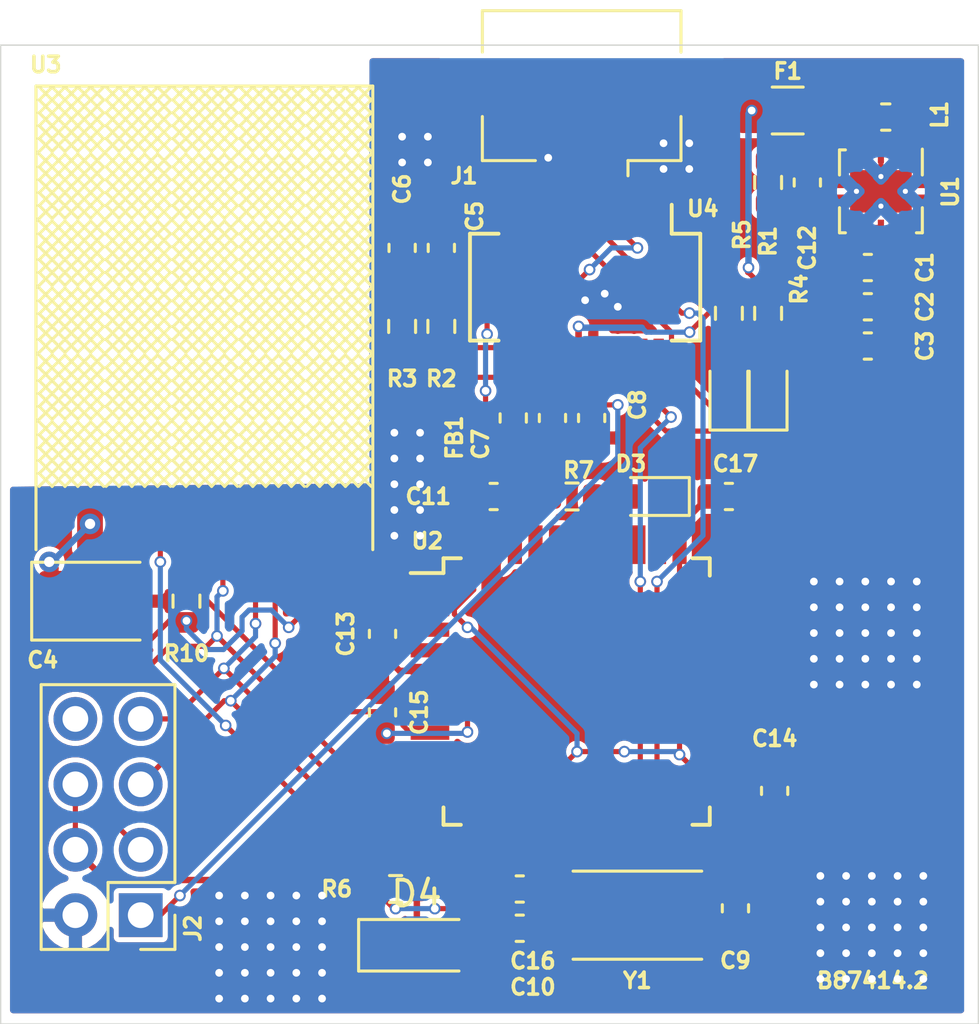
<source format=kicad_pcb>
(kicad_pcb (version 20171130) (host pcbnew "(5.1.9)-1")
  (layers (0 F.Cu signal) (31 B.Cu signal) (34 B.Paste user) (35 F.Paste user) (36 B.SilkS user) (37 F.SilkS user) (38 B.Mask user) (39 F.Mask user) (44 Edge.Cuts user))
  (net 0 "")
  (net 1 GND)
  (net 2 "Net-(C1-Pad2)")
  (net 3 "Net-(L1-Pad1)")
  (net 4 "Net-(L1-Pad2)")
  (net 5 "Net-(U2-Pad42)")
  (net 6 "Net-(U2-Pad40)")
  (net 7 "Net-(U2-Pad39)")
  (net 8 "Net-(U2-Pad38)")
  (net 9 "Net-(U2-Pad37)")
  (net 10 "Net-(U2-Pad36)")
  (net 11 "Net-(U2-Pad33)")
  (net 12 "Net-(U2-Pad32)")
  (net 13 "Net-(U2-Pad31)")
  (net 14 "Net-(U2-Pad30)")
  (net 15 "Net-(U2-Pad29)")
  (net 16 "Net-(U2-Pad28)")
  (net 17 "Net-(U2-Pad27)")
  (net 18 "Net-(U2-Pad26)")
  (net 19 "Net-(U2-Pad25)")
  (net 20 "Net-(U2-Pad22)")
  (net 21 "Net-(U2-Pad19)")
  (net 22 "Net-(U2-Pad18)")
  (net 23 MISO)
  (net 24 MOSI)
  (net 25 SCK)
  (net 26 "Net-(U2-Pad7)")
  (net 27 "Net-(U2-Pad4)")
  (net 28 "Net-(U2-Pad3)")
  (net 29 "Net-(U2-Pad1)")
  (net 30 "Net-(U3-Pad8)")
  (net 31 CSN)
  (net 32 CE)
  (net 33 "Net-(C7-Pad1)")
  (net 34 VCC_FTDI)
  (net 35 "Net-(C9-Pad1)")
  (net 36 "Net-(C10-Pad1)")
  (net 37 "Net-(D1-Pad2)")
  (net 38 "Net-(D1-Pad1)")
  (net 39 "Net-(D2-Pad2)")
  (net 40 "Net-(D2-Pad1)")
  (net 41 "Net-(D3-Pad2)")
  (net 42 "Net-(R2-Pad2)")
  (net 43 "Net-(R3-Pad2)")
  (net 44 "Net-(R7-Pad1)")
  (net 45 RX)
  (net 46 TX)
  (net 47 "Net-(U4-Pad19)")
  (net 48 "Net-(U4-Pad18)")
  (net 49 "Net-(U4-Pad9)")
  (net 50 "Net-(U4-Pad8)")
  (net 51 "Net-(U4-Pad7)")
  (net 52 "Net-(U4-Pad5)")
  (net 53 "Net-(U4-Pad2)")
  (net 54 "Net-(U4-Pad1)")
  (net 55 "Net-(FB1-Pad2)")
  (net 56 D+)
  (net 57 D-)
  (net 58 "Net-(J2-Pad8)")
  (net 59 PROG_RESET)
  (net 60 VCC)
  (net 61 PROG_RESET_FLIP)
  (net 62 "Net-(C12-Pad2)")
  (net 63 "Net-(C15-Pad2)")
  (module Diode_SMD:D_SOD-123 (layer F.Cu) (at 134.1628 91.8464)
    (fp_text reference D4 (at 0 -2) (layer F.SilkS))
    (fp_text value MBR0530)
    (pad 2 smd rect (at 1.65 0) (size 0.9 1.2) (layers F.Cu F.Paste F.Mask) (net 61 PROG_RESET_FLIP))
    (pad 1 smd rect (at -1.65 0) (size 0.9 1.2) (layers F.Cu F.Paste F.Mask) (net 59 PROG_RESET))
  )
  (module Capacitor_SMD:C_0603_1608Metric (layer F.Cu) (at 146.558 90.411 270)
    (fp_text reference C9 (at 2.032 0 180) (layer F.SilkS) (effects (font (size 0.6 0.6) (thickness 0.14))))
    (fp_text value 18p)
    (pad 2 smd roundrect (at 0.775 0 270) (size 0.9 0.95) (layers F.Cu F.Paste F.Mask) (net 1 GND))
    (pad 1 smd roundrect (at -0.775 0 270) (size 0.9 0.95) (layers F.Cu F.Paste F.Mask) (net 35 "Net-(C9-Pad1)"))
  )
  (module Resistor_SMD:R_0603_1608Metric (layer F.Cu) (at 125.222 78.486 270)
    (fp_text reference R10 (at 2.032 0 180) (layer F.SilkS) (effects (font (size 0.6 0.6) (thickness 0.14))))
    (fp_text value 10k)
    (pad 2 smd roundrect (at 0.825 0 270) (size 0.8 0.95) (layers F.Cu F.Paste F.Mask) (net 60 VCC))
    (pad 1 smd roundrect (at -0.825 0 270) (size 0.8 0.95) (layers F.Cu F.Paste F.Mask) (net 31 CSN))
  )
  (module Capacitor_SMD:C_0603_1608Metric (layer F.Cu) (at 146.304 74.422 180)
    (fp_text reference C17 (at -0.254 1.27 180) (layer F.SilkS) (effects (font (size 0.6 0.6) (thickness 0.14))))
    (fp_text value 1u)
    (pad 2 smd roundrect (at 0.775 0 180) (size 0.9 0.95) (layers F.Cu F.Paste F.Mask) (net 60 VCC))
    (pad 1 smd roundrect (at -0.775 0 180) (size 0.9 0.95) (layers F.Cu F.Paste F.Mask) (net 1 GND))
  )
  (module Capacitor_SMD:C_0603_1608Metric (layer F.Cu) (at 138.176 89.662 180)
    (fp_text reference C16 (at -0.508 -2.794 180) (layer F.SilkS) (effects (font (size 0.6 0.6) (thickness 0.14))))
    (fp_text value 1u)
    (pad 2 smd roundrect (at 0.775 0 180) (size 0.9 0.95) (layers F.Cu F.Paste F.Mask) (net 60 VCC))
    (pad 1 smd roundrect (at -0.775 0 180) (size 0.9 0.95) (layers F.Cu F.Paste F.Mask) (net 1 GND))
  )
  (module Capacitor_SMD:C_0603_1608Metric (layer F.Cu) (at 132.842 82.804 270)
    (fp_text reference C15 (at 0 -1.43 90) (layer F.SilkS) (effects (font (size 0.6 0.6) (thickness 0.14))))
    (fp_text value 1u)
    (pad 2 smd roundrect (at 0.775 0 270) (size 0.9 0.95) (layers F.Cu F.Paste F.Mask) (net 63 "Net-(C15-Pad2)"))
    (pad 1 smd roundrect (at -0.775 0 270) (size 0.9 0.95) (layers F.Cu F.Paste F.Mask) (net 1 GND))
  )
  (module Capacitor_SMD:C_0603_1608Metric (layer F.Cu) (at 148.082 85.852 90)
    (fp_text reference C14 (at 2.032 0 180) (layer F.SilkS) (effects (font (size 0.6 0.6) (thickness 0.14))))
    (fp_text value 1u)
    (pad 2 smd roundrect (at 0.775 0 90) (size 0.9 0.95) (layers F.Cu F.Paste F.Mask) (net 60 VCC))
    (pad 1 smd roundrect (at -0.775 0 90) (size 0.9 0.95) (layers F.Cu F.Paste F.Mask) (net 1 GND))
  )
  (module Capacitor_SMD:C_0603_1608Metric (layer F.Cu) (at 132.842 79.756 90)
    (fp_text reference C13 (at 0 -1.43 90) (layer F.SilkS) (effects (font (size 0.6 0.6) (thickness 0.14))))
    (fp_text value 1u)
    (pad 2 smd roundrect (at 0.775 0 90) (size 0.9 0.95) (layers F.Cu F.Paste F.Mask) (net 60 VCC))
    (pad 1 smd roundrect (at -0.775 0 90) (size 0.9 0.95) (layers F.Cu F.Paste F.Mask) (net 1 GND))
  )
  (module Capacitor_SMD:C_0603_1608Metric (layer F.Cu) (at 149.352 62.23 90)
    (fp_text reference C12 (at -2.54 0 90) (layer F.SilkS) (effects (font (size 0.6 0.6) (thickness 0.14))))
    (fp_text value 1u)
    (pad 2 smd roundrect (at 0.775 0 90) (size 0.9 0.95) (layers F.Cu F.Paste F.Mask) (net 62 "Net-(C12-Pad2)"))
    (pad 1 smd roundrect (at -0.775 0 90) (size 0.9 0.95) (layers F.Cu F.Paste F.Mask) (net 1 GND))
  )
  (module Capacitor_SMD:C_0603_1608Metric (layer F.Cu) (at 137.16 74.422 180)
    (fp_text reference C11 (at 2.54 0) (layer F.SilkS) (effects (font (size 0.6 0.6) (thickness 0.14))))
    (fp_text value 1u)
    (pad 2 smd roundrect (at 0.775 0 180) (size 0.9 0.95) (layers F.Cu F.Paste F.Mask) (net 60 VCC))
    (pad 1 smd roundrect (at -0.775 0 180) (size 0.9 0.95) (layers F.Cu F.Paste F.Mask) (net 1 GND))
  )
  (module Capacitor_Tantalum_SMD:CP_EIA-3528-15_AVX-H (layer F.Cu) (at 121.666 78.486)
    (fp_text reference C4 (at -2.032 2.286 180) (layer F.SilkS) (effects (font (size 0.6 0.6) (thickness 0.14))))
    (fp_text value 10u)
    (pad 2 smd roundrect (at 1.5375 0) (size 1.325 2.35) (layers F.Cu F.Paste F.Mask) (roundrect_rratio 0.1886769811320755) (net 1 GND))
    (pad 1 smd roundrect (at -1.5375 0) (size 1.325 2.35) (layers F.Cu F.Paste F.Mask) (roundrect_rratio 0.1886769811320755) (net 60 VCC))
  )
  (module Connector_PinHeader_2.54mm:PinHeader_2x04_P2.54mm_Vertical (layer F.Cu) (at 123.444 90.678 180)
    (fp_text reference J2 (at -2.032 -0.508 270) (layer F.SilkS) (effects (font (size 0.6 0.6) (thickness 0.14))))
    (fp_text value SPI)
    (pad 8 thru_hole oval (at 2.54 7.62 180) (size 1.7 1.7) (drill 1) (layers *.Cu *.Mask) (net 58 "Net-(J2-Pad8)"))
    (pad 7 thru_hole oval (at 0 7.62 180) (size 1.7 1.7) (drill 1) (layers *.Cu *.Mask) (net 24 MOSI))
    (pad 6 thru_hole oval (at 2.54 5.08 180) (size 1.7 1.7) (drill 1) (layers *.Cu *.Mask) (net 59 PROG_RESET))
    (pad 5 thru_hole oval (at 0 5.08 180) (size 1.7 1.7) (drill 1) (layers *.Cu *.Mask) (net 23 MISO))
    (pad 4 thru_hole oval (at 2.54 2.54 180) (size 1.7 1.7) (drill 1) (layers *.Cu *.Mask) (net 59 PROG_RESET))
    (pad 3 thru_hole oval (at 0 2.54 180) (size 1.7 1.7) (drill 1) (layers *.Cu *.Mask) (net 25 SCK))
    (pad 2 thru_hole oval (at 2.54 0 180) (size 1.7 1.7) (drill 1) (layers *.Cu *.Mask) (net 1 GND))
    (pad 1 thru_hole rect (at 0 0 180) (size 1.7 1.7) (drill 1) (layers *.Cu *.Mask) (net 34 VCC_FTDI))
  )
  (module Fuse:Fuse_1206_3216Metric (layer F.Cu) (at 148.59 59.436 180)
    (fp_text reference F1 (at 0 1.524) (layer F.SilkS) (effects (font (size 0.6 0.6) (thickness 0.14))))
    (fp_text value 500mA)
    (pad 2 smd roundrect (at 1.4 0 180) (size 1.25 1.75) (layers F.Cu F.Paste F.Mask) (roundrect_rratio 0.2) (net 34 VCC_FTDI))
    (pad 1 smd roundrect (at -1.4 0 180) (size 1.25 1.75) (layers F.Cu F.Paste F.Mask) (roundrect_rratio 0.2) (net 62 "Net-(C12-Pad2)"))
  )
  (module Inductor_SMD:L_0603_1608Metric (layer F.Cu) (at 137.922 71.374 270)
    (fp_text reference FB1 (at 0.762 2.286 270) (layer F.SilkS) (effects (font (size 0.6 0.6) (thickness 0.14))))
    (fp_text value Ferriit)
    (pad 2 smd roundrect (at 0.7875 0 270) (size 0.875 0.95) (layers F.Cu F.Paste F.Mask) (net 55 "Net-(FB1-Pad2)"))
    (pad 1 smd roundrect (at -0.7875 0 270) (size 0.875 0.95) (layers F.Cu F.Paste F.Mask) (net 34 VCC_FTDI))
  )
  (module Connector_USB:USB_Micro-B_Amphenol_10104110_Horizontal (layer F.Cu) (at 140.582 59.72 180)
    (fp_text reference J1 (at 4.572 -2.256) (layer F.SilkS) (effects (font (size 0.6 0.6) (thickness 0.14))))
    (fp_text value USB_B_Micro)
    (pad 1 smd rect (at -1.3 -1.55 180) (size 0.4 1.4) (layers F.Cu F.Paste F.Mask) (net 55 "Net-(FB1-Pad2)"))
    (pad 2 smd rect (at -0.65 -1.55 180) (size 0.4 1.4) (layers F.Cu F.Paste F.Mask) (net 57 D-))
    (pad 3 smd rect (at 0 -1.55 180) (size 0.4 1.4) (layers F.Cu F.Paste F.Mask) (net 56 D+))
    (pad 4 smd rect (at 0.65 -1.55 180) (size 0.4 1.4) (layers F.Cu F.Paste F.Mask) (net 1 GND))
    (pad 5 smd rect (at 1.3 -1.55 180) (size 0.4 1.4) (layers F.Cu F.Paste F.Mask) (net 1 GND))
    (pad 6 smd rect (at -3.75 1.3 180) (size 2.3 1.9) (layers F.Cu F.Paste F.Mask) (net 1 GND))
    (pad 6 smd rect (at 3.75 1.3 180) (size 2.3 1.9) (layers F.Cu F.Paste F.Mask) (net 1 GND))
    (pad 6 smd rect (at -1.15 1.3 180) (size 1.8 1.9) (layers F.Cu F.Paste F.Mask) (net 1 GND))
    (pad 6 smd rect (at 1.15 1.3 180) (size 1.8 1.9) (layers F.Cu F.Paste F.Mask) (net 1 GND))
  )
  (module Crystal:Crystal_SMD_TXC_7A-2Pin_5x3.2mm (layer F.Cu) (at 142.748 90.678 180)
    (fp_text reference Y1 (at 0 -2.54) (layer F.SilkS) (effects (font (size 0.6 0.6) (thickness 0.14))))
    (fp_text value 16Mhz)
    (pad 2 smd rect (at 1.85 0 180) (size 1.7 2.4) (layers F.Cu F.Paste F.Mask) (net 36 "Net-(C10-Pad1)"))
    (pad 1 smd rect (at -1.85 0 180) (size 1.7 2.4) (layers F.Cu F.Paste F.Mask) (net 35 "Net-(C9-Pad1)"))
  )
  (module Package_SO:SSOP-20_3.9x8.7mm_P0.635mm (layer F.Cu) (at 140.716 66.294 270)
    (fp_text reference U4 (at -3.048 -4.572 180) (layer F.SilkS) (effects (font (size 0.6 0.6) (thickness 0.14))))
    (fp_text value FT231XS)
    (pad 20 smd rect (at 2.6 -2.8575 270) (size 1.2 0.4) (layers F.Cu F.Paste F.Mask) (net 46 TX))
    (pad 19 smd rect (at 2.6 -2.2225 270) (size 1.2 0.4) (layers F.Cu F.Paste F.Mask) (net 47 "Net-(U4-Pad19)"))
    (pad 18 smd rect (at 2.6 -1.5875 270) (size 1.2 0.4) (layers F.Cu F.Paste F.Mask) (net 48 "Net-(U4-Pad18)"))
    (pad 17 smd rect (at 2.6 -0.9525 270) (size 1.2 0.4) (layers F.Cu F.Paste F.Mask) (net 38 "Net-(D1-Pad1)"))
    (pad 16 smd rect (at 2.6 -0.3175 270) (size 1.2 0.4) (layers F.Cu F.Paste F.Mask) (net 1 GND))
    (pad 15 smd rect (at 2.6 0.3175 270) (size 1.2 0.4) (layers F.Cu F.Paste F.Mask) (net 34 VCC_FTDI))
    (pad 14 smd rect (at 2.6 0.9525 270) (size 1.2 0.4) (layers F.Cu F.Paste F.Mask) (net 33 "Net-(C7-Pad1)"))
    (pad 13 smd rect (at 2.6 1.5875 270) (size 1.2 0.4) (layers F.Cu F.Paste F.Mask) (net 33 "Net-(C7-Pad1)"))
    (pad 12 smd rect (at 2.6 2.2225 270) (size 1.2 0.4) (layers F.Cu F.Paste F.Mask) (net 43 "Net-(R3-Pad2)"))
    (pad 11 smd rect (at 2.6 2.8575 270) (size 1.2 0.4) (layers F.Cu F.Paste F.Mask) (net 42 "Net-(R2-Pad2)"))
    (pad 10 smd rect (at -2.6 2.8575 270) (size 1.2 0.4) (layers F.Cu F.Paste F.Mask) (net 40 "Net-(D2-Pad1)"))
    (pad 9 smd rect (at -2.6 2.2225 270) (size 1.2 0.4) (layers F.Cu F.Paste F.Mask) (net 49 "Net-(U4-Pad9)"))
    (pad 8 smd rect (at -2.6 1.5875 270) (size 1.2 0.4) (layers F.Cu F.Paste F.Mask) (net 50 "Net-(U4-Pad8)"))
    (pad 7 smd rect (at -2.6 0.9525 270) (size 1.2 0.4) (layers F.Cu F.Paste F.Mask) (net 51 "Net-(U4-Pad7)"))
    (pad 6 smd rect (at -2.6 0.3175 270) (size 1.2 0.4) (layers F.Cu F.Paste F.Mask) (net 1 GND))
    (pad 5 smd rect (at -2.6 -0.3175 270) (size 1.2 0.4) (layers F.Cu F.Paste F.Mask) (net 52 "Net-(U4-Pad5)"))
    (pad 4 smd rect (at -2.6 -0.9525 270) (size 1.2 0.4) (layers F.Cu F.Paste F.Mask) (net 45 RX))
    (pad 3 smd rect (at -2.6 -1.5875 270) (size 1.2 0.4) (layers F.Cu F.Paste F.Mask) (net 33 "Net-(C7-Pad1)"))
    (pad 2 smd rect (at -2.6 -2.2225 270) (size 1.2 0.4) (layers F.Cu F.Paste F.Mask) (net 53 "Net-(U4-Pad2)"))
    (pad 1 smd rect (at -2.6 -2.8575 270) (size 1.2 0.4) (layers F.Cu F.Paste F.Mask) (net 54 "Net-(U4-Pad1)"))
  )
  (module Resistor_SMD:R_0603_1608Metric (layer F.Cu) (at 140.208 74.422)
    (fp_text reference R7 (at 0.254 -1.016) (layer F.SilkS) (effects (font (size 0.6 0.6) (thickness 0.14))))
    (fp_text value 120)
    (pad 2 smd roundrect (at 0.825 0) (size 0.8 0.95) (layers F.Cu F.Paste F.Mask) (net 41 "Net-(D3-Pad2)"))
    (pad 1 smd roundrect (at -0.825 0) (size 0.8 0.95) (layers F.Cu F.Paste F.Mask) (net 44 "Net-(R7-Pad1)"))
  )
  (module Resistor_SMD:R_0603_1608Metric (layer F.Cu) (at 133.35 89.662 180)
    (fp_text reference R6 (at 2.286 0) (layer F.SilkS) (effects (font (size 0.6 0.6) (thickness 0.14))))
    (fp_text value 10k)
    (pad 2 smd roundrect (at 0.825 0 180) (size 0.8 0.95) (layers F.Cu F.Paste F.Mask) (net 60 VCC))
    (pad 1 smd roundrect (at -0.825 0 180) (size 0.8 0.95) (layers F.Cu F.Paste F.Mask) (net 61 PROG_RESET_FLIP))
  )
  (module Resistor_SMD:R_0603_1608Metric (layer F.Cu) (at 146.304 67.31 270)
    (fp_text reference R5 (at -3.048 -0.508 90) (layer F.SilkS) (effects (font (size 0.6 0.6) (thickness 0.14))))
    (fp_text value 120)
    (pad 2 smd roundrect (at 0.825 0 270) (size 0.8 0.95) (layers F.Cu F.Paste F.Mask) (net 39 "Net-(D2-Pad2)"))
    (pad 1 smd roundrect (at -0.825 0 270) (size 0.8 0.95) (layers F.Cu F.Paste F.Mask) (net 34 VCC_FTDI))
  )
  (module Resistor_SMD:R_0603_1608Metric (layer F.Cu) (at 147.828 67.31 270)
    (fp_text reference R4 (at -0.938 -1.202 90) (layer F.SilkS) (effects (font (size 0.6 0.6) (thickness 0.14))))
    (fp_text value 60)
    (pad 2 smd roundrect (at 0.825 0 270) (size 0.8 0.95) (layers F.Cu F.Paste F.Mask) (net 37 "Net-(D1-Pad2)"))
    (pad 1 smd roundrect (at -0.825 0 270) (size 0.8 0.95) (layers F.Cu F.Paste F.Mask) (net 34 VCC_FTDI))
  )
  (module Resistor_SMD:R_0603_1608Metric (layer F.Cu) (at 133.604 67.818 270)
    (fp_text reference R3 (at 2.032 0 180) (layer F.SilkS) (effects (font (size 0.6 0.6) (thickness 0.14))))
    (fp_text value 27)
    (pad 2 smd roundrect (at 0.825 0 270) (size 0.8 0.95) (layers F.Cu F.Paste F.Mask) (net 43 "Net-(R3-Pad2)"))
    (pad 1 smd roundrect (at -0.825 0 270) (size 0.8 0.95) (layers F.Cu F.Paste F.Mask) (net 57 D-))
  )
  (module Resistor_SMD:R_0603_1608Metric (layer F.Cu) (at 135.128 67.818 270)
    (fp_text reference R2 (at 2.032 0 180) (layer F.SilkS) (effects (font (size 0.6 0.6) (thickness 0.14))))
    (fp_text value 27)
    (pad 2 smd roundrect (at 0.825 0 270) (size 0.8 0.95) (layers F.Cu F.Paste F.Mask) (net 42 "Net-(R2-Pad2)"))
    (pad 1 smd roundrect (at -0.825 0 270) (size 0.8 0.95) (layers F.Cu F.Paste F.Mask) (net 56 D+))
  )
  (module LED_SMD:LED_0603_1608Metric (layer F.Cu) (at 143.2815 74.422 180)
    (fp_text reference D3 (at 0.7875 1.27 180) (layer F.SilkS) (effects (font (size 0.6 0.6) (thickness 0.14))))
    (fp_text value "Roheline DBG")
    (pad 2 smd roundrect (at 0.7875 0 180) (size 0.875 0.95) (layers F.Cu F.Paste F.Mask) (net 41 "Net-(D3-Pad2)"))
    (pad 1 smd roundrect (at -0.7875 0 180) (size 0.875 0.95) (layers F.Cu F.Paste F.Mask) (net 1 GND))
  )
  (module LED_SMD:LED_0603_1608Metric (layer F.Cu) (at 146.304 70.358 90)
    (fp_text reference D2 hide)
    (fp_text value "Roheline TX")
    (pad 2 smd roundrect (at 0.7875 0 90) (size 0.875 0.95) (layers F.Cu F.Paste F.Mask) (net 39 "Net-(D2-Pad2)"))
    (pad 1 smd roundrect (at -0.7875 0 90) (size 0.875 0.95) (layers F.Cu F.Paste F.Mask) (net 40 "Net-(D2-Pad1)"))
  )
  (module LED_SMD:LED_0603_1608Metric (layer F.Cu) (at 147.828 70.358 90)
    (fp_text reference D1 hide)
    (fp_text value "Sinine RX")
    (pad 2 smd roundrect (at 0.7875 0 90) (size 0.875 0.95) (layers F.Cu F.Paste F.Mask) (net 37 "Net-(D1-Pad2)"))
    (pad 1 smd roundrect (at -0.7875 0 90) (size 0.875 0.95) (layers F.Cu F.Paste F.Mask) (net 38 "Net-(D1-Pad1)"))
  )
  (module Capacitor_SMD:C_0603_1608Metric (layer F.Cu) (at 138.176 91.186 180)
    (fp_text reference C10 (at -0.508 -2.286) (layer F.SilkS) (effects (font (size 0.6 0.6) (thickness 0.14))))
    (fp_text value 18p)
    (pad 2 smd roundrect (at 0.775 0 180) (size 0.9 0.95) (layers F.Cu F.Paste F.Mask) (net 1 GND))
    (pad 1 smd roundrect (at -0.775 0 180) (size 0.9 0.95) (layers F.Cu F.Paste F.Mask) (net 36 "Net-(C10-Pad1)"))
  )
  (module Capacitor_SMD:C_0603_1608Metric (layer F.Cu) (at 140.97 71.374 270)
    (fp_text reference C8 (at -0.508 -1.778 90) (layer F.SilkS) (effects (font (size 0.6 0.6) (thickness 0.14))))
    (fp_text value 10n)
    (pad 2 smd roundrect (at 0.775 0 270) (size 0.9 0.95) (layers F.Cu F.Paste F.Mask) (net 1 GND))
    (pad 1 smd roundrect (at -0.775 0 270) (size 0.9 0.95) (layers F.Cu F.Paste F.Mask) (net 34 VCC_FTDI))
  )
  (module Capacitor_SMD:C_0603_1608Metric (layer F.Cu) (at 139.446 71.374 270)
    (fp_text reference C7 (at 1.016 2.794 90) (layer F.SilkS) (effects (font (size 0.6 0.6) (thickness 0.14))))
    (fp_text value 100n)
    (pad 2 smd roundrect (at 0.775 0 270) (size 0.9 0.95) (layers F.Cu F.Paste F.Mask) (net 1 GND))
    (pad 1 smd roundrect (at -0.775 0 270) (size 0.9 0.95) (layers F.Cu F.Paste F.Mask) (net 33 "Net-(C7-Pad1)"))
  )
  (module Capacitor_SMD:C_0603_1608Metric (layer F.Cu) (at 133.604 64.77 90)
    (fp_text reference C6 (at 2.286 0 270) (layer F.SilkS) (effects (font (size 0.6 0.6) (thickness 0.14))))
    (fp_text value 47p)
    (pad 2 smd roundrect (at 0.775 0 90) (size 0.9 0.95) (layers F.Cu F.Paste F.Mask) (net 1 GND))
    (pad 1 smd roundrect (at -0.775 0 90) (size 0.9 0.95) (layers F.Cu F.Paste F.Mask) (net 57 D-))
  )
  (module Capacitor_SMD:C_0603_1608Metric (layer F.Cu) (at 135.128 64.77 90)
    (fp_text reference C5 (at 1.226 1.296 90) (layer F.SilkS) (effects (font (size 0.6 0.6) (thickness 0.14))))
    (fp_text value 47p)
    (pad 2 smd roundrect (at 0.775 0 90) (size 0.9 0.95) (layers F.Cu F.Paste F.Mask) (net 1 GND))
    (pad 1 smd roundrect (at -0.775 0 90) (size 0.9 0.95) (layers F.Cu F.Paste F.Mask) (net 56 D+))
  )
  (module Resistor_SMD:R_0603_1608Metric (layer F.Cu) (at 147.828 62.23 90)
    (fp_text reference R1 (at -2.286 0 90) (layer F.SilkS) (effects (font (size 0.6 0.6) (thickness 0.14))))
    (fp_text value 100)
    (pad 2 smd roundrect (at 0.825 0 90) (size 0.8 0.95) (layers F.Cu F.Paste F.Mask) (net 62 "Net-(C12-Pad2)"))
    (pad 1 smd roundrect (at -0.825 0 90) (size 0.8 0.95) (layers F.Cu F.Paste F.Mask) (net 2 "Net-(C1-Pad2)"))
  )
  (module Inductor_SMD:L_0603_1608Metric (layer F.Cu) (at 152.4 59.69)
    (fp_text reference L1 (at 2.096 -0.088 270) (layer F.SilkS) (effects (font (size 0.6 0.6) (thickness 0.14))))
    (fp_text value 2.2uH)
    (pad 2 smd roundrect (at 0.7875 0) (size 0.875 0.95) (layers F.Cu F.Paste F.Mask) (net 4 "Net-(L1-Pad2)"))
    (pad 1 smd roundrect (at -0.7875 0) (size 0.875 0.95) (layers F.Cu F.Paste F.Mask) (net 3 "Net-(L1-Pad1)"))
  )
  (module Capacitor_SMD:C_0603_1608Metric (layer F.Cu) (at 151.704 68.58 180)
    (fp_text reference C3 (at -2.22 0 270) (layer F.SilkS) (effects (font (size 0.6 0.6) (thickness 0.14))))
    (fp_text value 10u)
    (pad 2 smd roundrect (at 0.775 0 180) (size 0.9 0.95) (layers F.Cu F.Paste F.Mask) (net 1 GND))
    (pad 1 smd roundrect (at -0.775 0 180) (size 0.9 0.95) (layers F.Cu F.Paste F.Mask) (net 60 VCC))
  )
  (module Capacitor_SMD:C_0603_1608Metric (layer F.Cu) (at 151.704 67.056 180)
    (fp_text reference C2 (at -2.22 0 270) (layer F.SilkS) (effects (font (size 0.6 0.6) (thickness 0.14))))
    (fp_text value 10u)
    (pad 2 smd roundrect (at 0.775 0 180) (size 0.9 0.95) (layers F.Cu F.Paste F.Mask) (net 1 GND))
    (pad 1 smd roundrect (at -0.775 0 180) (size 0.9 0.95) (layers F.Cu F.Paste F.Mask) (net 60 VCC))
  )
  (module Capacitor_SMD:C_0603_1608Metric (layer F.Cu) (at 151.704 65.532 180)
    (fp_text reference C1 (at -2.22 0 270) (layer F.SilkS) (effects (font (size 0.6 0.6) (thickness 0.14))))
    (fp_text value .1u)
    (pad 2 smd roundrect (at 0.775 0 180) (size 0.9 0.95) (layers F.Cu F.Paste F.Mask) (net 2 "Net-(C1-Pad2)"))
    (pad 1 smd roundrect (at -0.775 0 180) (size 0.9 0.95) (layers F.Cu F.Paste F.Mask) (net 1 GND))
  )
  (module "RVP:NRF24L01 moodul SMD" (layer F.Cu) (at 121.92 76.962)
    (fp_text reference U3 (at -2.169 -19.304) (layer F.SilkS) (effects (font (size 0.6 0.6) (thickness 0.14))))
    (fp_text value NRF24L01_moodul)
    (pad 8 smd rect (at 8.444 -1.476) (size 1 2) (layers F.Cu F.Paste F.Mask) (net 30 "Net-(U3-Pad8)"))
    (pad 7 smd rect (at 7.174 -1.476) (size 1 2) (layers F.Cu F.Paste F.Mask) (net 23 MISO))
    (pad 6 smd rect (at 5.904 -1.476) (size 1 2) (layers F.Cu F.Paste F.Mask) (net 24 MOSI))
    (pad 5 smd rect (at 4.634 -1.476) (size 1 2) (layers F.Cu F.Paste F.Mask) (net 25 SCK))
    (pad 4 smd rect (at 3.364 -1.476) (size 1 2) (layers F.Cu F.Paste F.Mask) (net 31 CSN))
    (pad 3 smd rect (at 2.094 -1.476) (size 1 2) (layers F.Cu F.Paste F.Mask) (net 32 CE))
    (pad 2 smd rect (at 0.824 -1.476) (size 1 2) (layers F.Cu F.Paste F.Mask) (net 1 GND))
    (pad 1 smd rect (at -0.446 -1.476) (size 1 2) (layers F.Cu F.Paste F.Mask) (net 60 VCC))
  )
  (module Package_QFP:TQFP-44_10x10mm_P0.8mm (layer F.Cu) (at 140.386 81.994)
    (fp_text reference U2 (at -5.802 -5.844) (layer F.SilkS) (effects (font (size 0.6 0.6) (thickness 0.14))))
    (fp_text value ATmega32U4-AU)
    (pad 44 smd rect (at -4 -5.7 90) (size 1.5 0.55) (layers F.Cu F.Paste F.Mask) (net 60 VCC))
    (pad 43 smd rect (at -3.2 -5.7 90) (size 1.5 0.55) (layers F.Cu F.Paste F.Mask) (net 1 GND))
    (pad 42 smd rect (at -2.4 -5.7 90) (size 1.5 0.55) (layers F.Cu F.Paste F.Mask) (net 5 "Net-(U2-Pad42)"))
    (pad 41 smd rect (at -1.6 -5.7 90) (size 1.5 0.55) (layers F.Cu F.Paste F.Mask) (net 44 "Net-(R7-Pad1)"))
    (pad 40 smd rect (at -0.8 -5.7 90) (size 1.5 0.55) (layers F.Cu F.Paste F.Mask) (net 6 "Net-(U2-Pad40)"))
    (pad 39 smd rect (at 0 -5.7 90) (size 1.5 0.55) (layers F.Cu F.Paste F.Mask) (net 7 "Net-(U2-Pad39)"))
    (pad 38 smd rect (at 0.8 -5.7 90) (size 1.5 0.55) (layers F.Cu F.Paste F.Mask) (net 8 "Net-(U2-Pad38)"))
    (pad 37 smd rect (at 1.6 -5.7 90) (size 1.5 0.55) (layers F.Cu F.Paste F.Mask) (net 9 "Net-(U2-Pad37)"))
    (pad 36 smd rect (at 2.4 -5.7 90) (size 1.5 0.55) (layers F.Cu F.Paste F.Mask) (net 10 "Net-(U2-Pad36)"))
    (pad 35 smd rect (at 3.2 -5.7 90) (size 1.5 0.55) (layers F.Cu F.Paste F.Mask) (net 1 GND))
    (pad 34 smd rect (at 4 -5.7 90) (size 1.5 0.55) (layers F.Cu F.Paste F.Mask) (net 60 VCC))
    (pad 33 smd rect (at 5.7 -4) (size 1.5 0.55) (layers F.Cu F.Paste F.Mask) (net 11 "Net-(U2-Pad33)"))
    (pad 32 smd rect (at 5.7 -3.2) (size 1.5 0.55) (layers F.Cu F.Paste F.Mask) (net 12 "Net-(U2-Pad32)"))
    (pad 31 smd rect (at 5.7 -2.4) (size 1.5 0.55) (layers F.Cu F.Paste F.Mask) (net 13 "Net-(U2-Pad31)"))
    (pad 30 smd rect (at 5.7 -1.6) (size 1.5 0.55) (layers F.Cu F.Paste F.Mask) (net 14 "Net-(U2-Pad30)"))
    (pad 29 smd rect (at 5.7 -0.8) (size 1.5 0.55) (layers F.Cu F.Paste F.Mask) (net 15 "Net-(U2-Pad29)"))
    (pad 28 smd rect (at 5.7 0) (size 1.5 0.55) (layers F.Cu F.Paste F.Mask) (net 16 "Net-(U2-Pad28)"))
    (pad 27 smd rect (at 5.7 0.8) (size 1.5 0.55) (layers F.Cu F.Paste F.Mask) (net 17 "Net-(U2-Pad27)"))
    (pad 26 smd rect (at 5.7 1.6) (size 1.5 0.55) (layers F.Cu F.Paste F.Mask) (net 18 "Net-(U2-Pad26)"))
    (pad 25 smd rect (at 5.7 2.4) (size 1.5 0.55) (layers F.Cu F.Paste F.Mask) (net 19 "Net-(U2-Pad25)"))
    (pad 24 smd rect (at 5.7 3.2) (size 1.5 0.55) (layers F.Cu F.Paste F.Mask) (net 60 VCC))
    (pad 23 smd rect (at 5.7 4) (size 1.5 0.55) (layers F.Cu F.Paste F.Mask) (net 1 GND))
    (pad 22 smd rect (at 4 5.7 90) (size 1.5 0.55) (layers F.Cu F.Paste F.Mask) (net 20 "Net-(U2-Pad22)"))
    (pad 21 smd rect (at 3.2 5.7 90) (size 1.5 0.55) (layers F.Cu F.Paste F.Mask) (net 45 RX))
    (pad 20 smd rect (at 2.4 5.7 90) (size 1.5 0.55) (layers F.Cu F.Paste F.Mask) (net 46 TX))
    (pad 19 smd rect (at 1.6 5.7 90) (size 1.5 0.55) (layers F.Cu F.Paste F.Mask) (net 21 "Net-(U2-Pad19)"))
    (pad 18 smd rect (at 0.8 5.7 90) (size 1.5 0.55) (layers F.Cu F.Paste F.Mask) (net 22 "Net-(U2-Pad18)"))
    (pad 17 smd rect (at 0 5.7 90) (size 1.5 0.55) (layers F.Cu F.Paste F.Mask) (net 35 "Net-(C9-Pad1)"))
    (pad 16 smd rect (at -0.8 5.7 90) (size 1.5 0.55) (layers F.Cu F.Paste F.Mask) (net 36 "Net-(C10-Pad1)"))
    (pad 15 smd rect (at -1.6 5.7 90) (size 1.5 0.55) (layers F.Cu F.Paste F.Mask) (net 1 GND))
    (pad 14 smd rect (at -2.4 5.7 90) (size 1.5 0.55) (layers F.Cu F.Paste F.Mask) (net 60 VCC))
    (pad 13 smd rect (at -3.2 5.7 90) (size 1.5 0.55) (layers F.Cu F.Paste F.Mask) (net 61 PROG_RESET_FLIP))
    (pad 12 smd rect (at -4 5.7 90) (size 1.5 0.55) (layers F.Cu F.Paste F.Mask) (net 32 CE))
    (pad 11 smd rect (at -5.7 4) (size 1.5 0.55) (layers F.Cu F.Paste F.Mask) (net 23 MISO))
    (pad 10 smd rect (at -5.7 3.2) (size 1.5 0.55) (layers F.Cu F.Paste F.Mask) (net 24 MOSI))
    (pad 9 smd rect (at -5.7 2.4) (size 1.5 0.55) (layers F.Cu F.Paste F.Mask) (net 25 SCK))
    (pad 8 smd rect (at -5.7 1.6) (size 1.5 0.55) (layers F.Cu F.Paste F.Mask) (net 31 CSN))
    (pad 7 smd rect (at -5.7 0.8) (size 1.5 0.55) (layers F.Cu F.Paste F.Mask) (net 26 "Net-(U2-Pad7)"))
    (pad 6 smd rect (at -5.7 0) (size 1.5 0.55) (layers F.Cu F.Paste F.Mask) (net 63 "Net-(C15-Pad2)"))
    (pad 5 smd rect (at -5.7 -0.8) (size 1.5 0.55) (layers F.Cu F.Paste F.Mask) (net 1 GND))
    (pad 4 smd rect (at -5.7 -1.6) (size 1.5 0.55) (layers F.Cu F.Paste F.Mask) (net 27 "Net-(U2-Pad4)"))
    (pad 3 smd rect (at -5.7 -2.4) (size 1.5 0.55) (layers F.Cu F.Paste F.Mask) (net 28 "Net-(U2-Pad3)"))
    (pad 2 smd rect (at -5.7 -3.2) (size 1.5 0.55) (layers F.Cu F.Paste F.Mask) (net 60 VCC))
    (pad 1 smd rect (at -5.7 -4) (size 1.5 0.55) (layers F.Cu F.Paste F.Mask) (net 29 "Net-(U2-Pad1)"))
  )
  (module Package_SON:Texas_DRC0010J_ThermalVias (layer F.Cu) (at 152.212 62.574 270)
    (fp_text reference U1 (at 0.02032 -2.7 90) (layer F.SilkS) (effects (font (size 0.6 0.6) (thickness 0.14))))
    (fp_text value TPS63001)
    (pad 11 thru_hole circle (at 0 -0.95 270) (size 0.5 0.5) (drill 0.2) (layers *.Cu) (net 1 GND))
    (pad 11 thru_hole circle (at 0.575 0 270) (size 0.5 0.5) (drill 0.2) (layers *.Cu) (net 1 GND))
    (pad 11 thru_hole circle (at -0.575 0 270) (size 0.5 0.5) (drill 0.2) (layers *.Cu) (net 1 GND))
    (pad 11 thru_hole circle (at 0 0.95 270) (size 0.5 0.5) (drill 0.2) (layers *.Cu) (net 1 GND))
    (pad 11 smd custom (at 0 0 270) (size 1.65 2.4) (layers F.Cu F.Mask) (net 1 GND) (options (clearance outline) (anchor rect)) (primitives (gr_poly (pts (xy -0.375 -1.1) (xy -0.375 -1.7) (xy -0.125 -1.7) (xy -0.125 -1.1) (xy 0.125 -1.1) (xy 0.125 -1.7) (xy 0.375 -1.7) (xy 0.375 1.7) (xy 0.125 1.7) (xy 0.125 1.1) (xy -0.125 1.1) (xy -0.125 1.7) (xy -0.375 1.7)) (width 0))))
    (pad 10 smd rect (at 1.4 -1 270) (size 0.6 0.24) (layers F.Cu F.Paste F.Mask) (net 60 VCC))
    (pad 9 smd rect (at 1.4 -0.5 270) (size 0.6 0.24) (layers F.Cu F.Paste F.Mask) (net 1 GND))
    (pad 8 smd rect (at 1.4 0 270) (size 0.6 0.24) (layers F.Cu F.Paste F.Mask) (net 2 "Net-(C1-Pad2)"))
    (pad 7 smd rect (at 1.4 0.5 270) (size 0.6 0.24) (layers F.Cu F.Paste F.Mask) (net 2 "Net-(C1-Pad2)"))
    (pad 6 smd rect (at 1.4 1 270) (size 0.6 0.24) (layers F.Cu F.Paste F.Mask) (net 2 "Net-(C1-Pad2)"))
    (pad 5 smd rect (at -1.4 1 270) (size 0.6 0.24) (layers F.Cu F.Paste F.Mask) (net 62 "Net-(C12-Pad2)"))
    (pad 4 smd rect (at -1.4 0.5 270) (size 0.6 0.24) (layers F.Cu F.Paste F.Mask) (net 3 "Net-(L1-Pad1)"))
    (pad 3 smd rect (at -1.4 0 270) (size 0.6 0.24) (layers F.Cu F.Paste F.Mask) (net 1 GND))
    (pad 2 smd rect (at -1.4 -0.5 270) (size 0.6 0.24) (layers F.Cu F.Paste F.Mask) (net 4 "Net-(L1-Pad2)"))
    (pad 1 smd rect (at -1.4 -1 270) (size 0.6 0.24) (layers F.Cu F.Paste F.Mask) (net 60 VCC))
  )
  (gr_text "B87414.2\n" (at 151.892 93.218) (layer F.SilkS) (effects (font (size 0.6 0.6) (thickness 0.14))))
  (gr_line (start 156 56.896) (end 156 94.896) (layer Edge.Cuts) (width 0.05))
  (gr_line (start 118 94.896) (end 118 56.896) (layer Edge.Cuts) (width 0.05))
  (gr_line (start 156 56.896) (end 118 56.896) (layer Edge.Cuts) (width 0.05))
  (gr_line (start 156 94.896) (end 118 94.896) (layer Edge.Cuts) (width 0.05))
  (segment (start 146.719 86.627) (end 146.086 85.994) (width 0.25) (layer F.Cu) (net 1))
  (segment (start 148.082 86.627) (end 148.082 86.627) (width 0.25) (layer F.Cu) (net 1))
  (segment (start 138.951 87.859) (end 138.786 87.694) (width 0.25) (layer F.Cu) (net 1))
  (segment (start 138.951 89.662) (end 138.951 89.662) (width 0.25) (layer F.Cu) (net 1))
  (segment (start 133.505 81.194) (end 134.686 81.194) (width 0.25) (layer F.Cu) (net 1))
  (segment (start 132.842 80.531) (end 132.842 80.531) (width 0.25) (layer F.Cu) (net 1))
  (segment (start 137.186 75.171) (end 137.9285 74.4285) (width 0.25) (layer F.Cu) (net 1))
  (segment (start 137.186 76.294) (end 137.186 75.171) (width 0.25) (layer F.Cu) (net 1))
  (segment (start 143.586 74.905) (end 144.0435 74.4475) (width 0.25) (layer F.Cu) (net 1))
  (segment (start 143.586 76.294) (end 143.586 74.905) (width 0.25) (layer F.Cu) (net 1))
  (segment (start 152.712 65.299) (end 152.479 65.532) (width 0.2) (layer F.Cu) (net 1))
  (segment (start 152.712 63.974) (end 152.712 65.299) (width 0.2) (layer F.Cu) (net 1))
  (segment (start 152.387 63.149) (end 152.212 63.149) (width 0.2) (layer F.Cu) (net 1))
  (segment (start 152.712 63.474) (end 152.387 63.149) (width 0.2) (layer F.Cu) (net 1))
  (segment (start 152.712 63.974) (end 152.712 63.474) (width 0.2) (layer F.Cu) (net 1))
  (segment (start 152.212 61.174) (end 152.212 61.999) (width 0.2) (layer F.Cu) (net 1))
  (segment (start 132.842 80.531) (end 133.505 81.194) (width 0.25) (layer F.Cu) (net 1))
  (segment (start 137.9285 74.4285) (end 137.935 74.422) (width 0.25) (layer F.Cu) (net 1))
  (segment (start 144.0435 74.4475) (end 144.069 74.422) (width 0.25) (layer F.Cu) (net 1))
  (segment (start 142.238987 62.670011) (end 142.24 62.668998) (width 0.2) (layer F.Cu) (net 1))
  (segment (start 150.831 63.005) (end 151.262 62.574) (width 0.2) (layer F.Cu) (net 1))
  (segment (start 149.352 63.005) (end 150.831 63.005) (width 0.2) (layer F.Cu) (net 1))
  (segment (start 138.951 89.662) (end 138.951 87.859) (width 0.25) (layer F.Cu) (net 1))
  (segment (start 148.082 86.627) (end 146.719 86.627) (width 0.25) (layer F.Cu) (net 1))
  (segment (start 122.744 78.0265) (end 122.744 75.486) (width 0.25) (layer F.Cu) (net 1))
  (segment (start 123.2035 78.486) (end 122.744 78.0265) (width 0.25) (layer F.Cu) (net 1))
  (segment (start 138.925 89.662) (end 137.401 91.186) (width 0.25) (layer F.Cu) (net 1))
  (segment (start 138.951 89.662) (end 138.925 89.662) (width 0.25) (layer F.Cu) (net 1))
  (segment (start 142.213987 62.695011) (end 142.238987 62.670011) (width 0.25) (layer F.Cu) (net 1))
  (segment (start 140.647487 62.695011) (end 142.213987 62.695011) (width 0.25) (layer F.Cu) (net 1))
  (segment (start 140.3985 62.943998) (end 140.647487 62.695011) (width 0.25) (layer F.Cu) (net 1))
  (segment (start 140.3985 63.694) (end 140.3985 62.943998) (width 0.25) (layer F.Cu) (net 1))
  (segment (start 139.932 61.27) (end 139.282 61.27) (width 0.25) (layer F.Cu) (net 1))
  (segment (start 139.282 61.27) (end 139.282 61.27) (width 0.25) (layer F.Cu) (net 1))
  (via (at 139.282 61.27) (size 0.45) (drill 0.3) (layers F.Cu B.Cu) (net 1))
  (via (at 141.478 66.548) (size 0.45) (drill 0.3) (layers F.Cu B.Cu) (net 1))
  (via (at 141.986 67.056) (size 0.45) (drill 0.3) (layers F.Cu B.Cu) (net 1))
  (via (at 140.716 66.802) (size 0.45) (drill 0.3) (layers F.Cu B.Cu) (net 1))
  (via (at 149.606 77.724) (size 0.45) (drill 0.3) (layers F.Cu B.Cu) (net 1))
  (via (at 150.606 77.724) (size 0.45) (drill 0.3) (layers F.Cu B.Cu) (net 1))
  (via (at 151.606 77.724) (size 0.45) (drill 0.3) (layers F.Cu B.Cu) (net 1))
  (via (at 152.606 77.724) (size 0.45) (drill 0.3) (layers F.Cu B.Cu) (net 1))
  (via (at 153.606 77.724) (size 0.45) (drill 0.3) (layers F.Cu B.Cu) (net 1))
  (via (at 149.606 78.724) (size 0.45) (drill 0.3) (layers F.Cu B.Cu) (net 1))
  (via (at 150.606 78.724) (size 0.45) (drill 0.3) (layers F.Cu B.Cu) (net 1))
  (via (at 151.606 78.724) (size 0.45) (drill 0.3) (layers F.Cu B.Cu) (net 1))
  (via (at 152.606 78.724) (size 0.45) (drill 0.3) (layers F.Cu B.Cu) (net 1))
  (via (at 153.606 78.724) (size 0.45) (drill 0.3) (layers F.Cu B.Cu) (net 1))
  (via (at 149.606 79.724) (size 0.45) (drill 0.3) (layers F.Cu B.Cu) (net 1))
  (via (at 150.606 79.724) (size 0.45) (drill 0.3) (layers F.Cu B.Cu) (net 1))
  (via (at 151.606 79.724) (size 0.45) (drill 0.3) (layers F.Cu B.Cu) (net 1))
  (via (at 152.606 79.724) (size 0.45) (drill 0.3) (layers F.Cu B.Cu) (net 1))
  (via (at 153.606 79.724) (size 0.45) (drill 0.3) (layers F.Cu B.Cu) (net 1))
  (via (at 149.606 80.724) (size 0.45) (drill 0.3) (layers F.Cu B.Cu) (net 1))
  (via (at 150.606 80.724) (size 0.45) (drill 0.3) (layers F.Cu B.Cu) (net 1))
  (via (at 151.606 80.724) (size 0.45) (drill 0.3) (layers F.Cu B.Cu) (net 1))
  (via (at 152.606 80.724) (size 0.45) (drill 0.3) (layers F.Cu B.Cu) (net 1))
  (via (at 153.606 80.724) (size 0.45) (drill 0.3) (layers F.Cu B.Cu) (net 1))
  (via (at 149.606 81.724) (size 0.45) (drill 0.3) (layers F.Cu B.Cu) (net 1))
  (via (at 150.606 81.724) (size 0.45) (drill 0.3) (layers F.Cu B.Cu) (net 1))
  (via (at 151.606 81.724) (size 0.45) (drill 0.3) (layers F.Cu B.Cu) (net 1))
  (via (at 152.606 81.724) (size 0.45) (drill 0.3) (layers F.Cu B.Cu) (net 1))
  (via (at 153.606 81.724) (size 0.45) (drill 0.3) (layers F.Cu B.Cu) (net 1))
  (via (at 149.86 93.154) (size 0.45) (drill 0.3) (layers F.Cu B.Cu) (net 1))
  (via (at 150.86 93.154) (size 0.45) (drill 0.3) (layers F.Cu B.Cu) (net 1))
  (via (at 151.86 93.154) (size 0.45) (drill 0.3) (layers F.Cu B.Cu) (net 1))
  (via (at 152.86 91.154) (size 0.45) (drill 0.3) (layers F.Cu B.Cu) (net 1))
  (via (at 152.86 89.154) (size 0.45) (drill 0.3) (layers F.Cu B.Cu) (net 1))
  (via (at 153.86 89.154) (size 0.45) (drill 0.3) (layers F.Cu B.Cu) (net 1))
  (via (at 153.86 91.154) (size 0.45) (drill 0.3) (layers F.Cu B.Cu) (net 1))
  (via (at 149.86 92.154) (size 0.45) (drill 0.3) (layers F.Cu B.Cu) (net 1))
  (via (at 149.86 90.154) (size 0.45) (drill 0.3) (layers F.Cu B.Cu) (net 1))
  (via (at 153.86 92.154) (size 0.45) (drill 0.3) (layers F.Cu B.Cu) (net 1))
  (via (at 153.86 90.154) (size 0.45) (drill 0.3) (layers F.Cu B.Cu) (net 1))
  (via (at 151.86 91.154) (size 0.45) (drill 0.3) (layers F.Cu B.Cu) (net 1))
  (via (at 151.86 92.154) (size 0.45) (drill 0.3) (layers F.Cu B.Cu) (net 1))
  (via (at 152.86 93.154) (size 0.45) (drill 0.3) (layers F.Cu B.Cu) (net 1))
  (via (at 153.86 93.154) (size 0.45) (drill 0.3) (layers F.Cu B.Cu) (net 1))
  (via (at 149.86 89.154) (size 0.45) (drill 0.3) (layers F.Cu B.Cu) (net 1))
  (via (at 151.86 89.154) (size 0.45) (drill 0.3) (layers F.Cu B.Cu) (net 1))
  (via (at 150.86 90.154) (size 0.45) (drill 0.3) (layers F.Cu B.Cu) (net 1))
  (via (at 150.86 89.154) (size 0.45) (drill 0.3) (layers F.Cu B.Cu) (net 1))
  (via (at 151.86 90.154) (size 0.45) (drill 0.3) (layers F.Cu B.Cu) (net 1))
  (via (at 152.86 90.154) (size 0.45) (drill 0.3) (layers F.Cu B.Cu) (net 1))
  (via (at 149.86 91.154) (size 0.45) (drill 0.3) (layers F.Cu B.Cu) (net 1))
  (via (at 150.86 91.154) (size 0.45) (drill 0.3) (layers F.Cu B.Cu) (net 1))
  (via (at 150.86 92.154) (size 0.45) (drill 0.3) (layers F.Cu B.Cu) (net 1))
  (via (at 152.86 92.154) (size 0.45) (drill 0.3) (layers F.Cu B.Cu) (net 1))
  (via (at 130.492 90.916) (size 0.45) (drill 0.3) (layers F.Cu B.Cu) (net 1))
  (via (at 127.492 89.916) (size 0.45) (drill 0.3) (layers F.Cu B.Cu) (net 1))
  (via (at 130.492 93.916) (size 0.45) (drill 0.3) (layers F.Cu B.Cu) (net 1))
  (via (at 126.492 92.916) (size 0.45) (drill 0.3) (layers F.Cu B.Cu) (net 1))
  (via (at 126.492 91.916) (size 0.45) (drill 0.3) (layers F.Cu B.Cu) (net 1))
  (via (at 128.492 92.916) (size 0.45) (drill 0.3) (layers F.Cu B.Cu) (net 1))
  (via (at 129.492 93.916) (size 0.45) (drill 0.3) (layers F.Cu B.Cu) (net 1))
  (via (at 129.492 90.916) (size 0.45) (drill 0.3) (layers F.Cu B.Cu) (net 1))
  (via (at 128.492 91.916) (size 0.45) (drill 0.3) (layers F.Cu B.Cu) (net 1))
  (via (at 127.492 91.916) (size 0.45) (drill 0.3) (layers F.Cu B.Cu) (net 1))
  (via (at 127.492 93.916) (size 0.45) (drill 0.3) (layers F.Cu B.Cu) (net 1))
  (via (at 129.492 91.916) (size 0.45) (drill 0.3) (layers F.Cu B.Cu) (net 1))
  (via (at 130.492 89.916) (size 0.45) (drill 0.3) (layers F.Cu B.Cu) (net 1))
  (via (at 130.492 92.916) (size 0.45) (drill 0.3) (layers F.Cu B.Cu) (net 1))
  (via (at 128.492 89.916) (size 0.45) (drill 0.3) (layers F.Cu B.Cu) (net 1))
  (via (at 129.492 89.916) (size 0.45) (drill 0.3) (layers F.Cu B.Cu) (net 1))
  (via (at 126.492 90.916) (size 0.45) (drill 0.3) (layers F.Cu B.Cu) (net 1))
  (via (at 127.492 90.916) (size 0.45) (drill 0.3) (layers F.Cu B.Cu) (net 1))
  (via (at 126.492 93.916) (size 0.45) (drill 0.3) (layers F.Cu B.Cu) (net 1))
  (via (at 128.492 93.916) (size 0.45) (drill 0.3) (layers F.Cu B.Cu) (net 1))
  (via (at 129.492 92.916) (size 0.45) (drill 0.3) (layers F.Cu B.Cu) (net 1))
  (via (at 130.492 91.916) (size 0.45) (drill 0.3) (layers F.Cu B.Cu) (net 1))
  (via (at 126.492 89.916) (size 0.45) (drill 0.3) (layers F.Cu B.Cu) (net 1))
  (via (at 128.492 90.916) (size 0.45) (drill 0.3) (layers F.Cu B.Cu) (net 1))
  (via (at 127.492 92.916) (size 0.45) (drill 0.3) (layers F.Cu B.Cu) (net 1))
  (via (at 134.302 75.946) (size 0.45) (drill 0.3) (layers F.Cu B.Cu) (net 1))
  (via (at 134.302 74.946) (size 0.45) (drill 0.3) (layers F.Cu B.Cu) (net 1))
  (via (at 134.302 73.946) (size 0.45) (drill 0.3) (layers F.Cu B.Cu) (net 1))
  (via (at 133.302 75.946) (size 0.45) (drill 0.3) (layers F.Cu B.Cu) (net 1))
  (via (at 133.302 71.946) (size 0.45) (drill 0.3) (layers F.Cu B.Cu) (net 1))
  (via (at 133.302 73.946) (size 0.45) (drill 0.3) (layers F.Cu B.Cu) (net 1))
  (via (at 134.302 72.946) (size 0.45) (drill 0.3) (layers F.Cu B.Cu) (net 1))
  (via (at 134.302 71.946) (size 0.45) (drill 0.3) (layers F.Cu B.Cu) (net 1))
  (via (at 133.302 74.946) (size 0.45) (drill 0.3) (layers F.Cu B.Cu) (net 1))
  (via (at 133.302 72.946) (size 0.45) (drill 0.3) (layers F.Cu B.Cu) (net 1))
  (via (at 143.764 61.706) (size 0.45) (drill 0.3) (layers F.Cu B.Cu) (net 1))
  (via (at 143.764 60.706) (size 0.45) (drill 0.3) (layers F.Cu B.Cu) (net 1))
  (via (at 144.764 61.706) (size 0.45) (drill 0.3) (layers F.Cu B.Cu) (net 1))
  (via (at 144.764 60.706) (size 0.45) (drill 0.3) (layers F.Cu B.Cu) (net 1))
  (via (at 134.604 61.452) (size 0.45) (drill 0.3) (layers F.Cu B.Cu) (net 1))
  (via (at 133.604 61.452) (size 0.45) (drill 0.3) (layers F.Cu B.Cu) (net 1))
  (via (at 133.604 60.452) (size 0.45) (drill 0.3) (layers F.Cu B.Cu) (net 1))
  (via (at 134.604 60.452) (size 0.45) (drill 0.3) (layers F.Cu B.Cu) (net 1))
  (segment (start 150.929 64.257) (end 151.212 63.974) (width 0.2) (layer F.Cu) (net 2))
  (segment (start 150.929 65.532) (end 150.929 64.257) (width 0.2) (layer F.Cu) (net 2))
  (segment (start 151.212 63.974) (end 151.712 63.974) (width 0.2) (layer F.Cu) (net 2))
  (segment (start 151.712 63.974) (end 152.212 63.974) (width 0.2) (layer F.Cu) (net 2))
  (segment (start 148.747 63.974) (end 151.212 63.974) (width 0.2) (layer F.Cu) (net 2))
  (segment (start 147.828 63.055) (end 148.747 63.974) (width 0.2) (layer F.Cu) (net 2))
  (segment (start 151.712 59.7895) (end 151.6125 59.69) (width 0.2) (layer F.Cu) (net 3))
  (segment (start 151.712 61.174) (end 151.712 59.7895) (width 0.2) (layer F.Cu) (net 3))
  (segment (start 152.712 60.1655) (end 153.1875 59.69) (width 0.2) (layer F.Cu) (net 4))
  (segment (start 152.712 61.174) (end 152.712 60.1655) (width 0.2) (layer F.Cu) (net 4))
  (via (at 126.943575 82.352425) (size 0.45) (drill 0.3) (layers F.Cu B.Cu) (net 23))
  (segment (start 130.58515 85.994) (end 126.943575 82.352425) (width 0.2) (layer F.Cu) (net 23))
  (segment (start 134.686 85.994) (end 130.58515 85.994) (width 0.2) (layer F.Cu) (net 23))
  (via (at 128.669475 80.118525) (size 0.45) (drill 0.3) (layers F.Cu B.Cu) (net 23))
  (segment (start 128.669475 80.626525) (end 128.669475 80.118525) (width 0.2) (layer B.Cu) (net 23))
  (segment (start 126.943575 82.352425) (end 128.669475 80.626525) (width 0.2) (layer B.Cu) (net 23))
  (segment (start 128.669475 75.910525) (end 129.094 75.486) (width 0.2) (layer F.Cu) (net 23))
  (segment (start 128.669475 80.118525) (end 128.669475 75.910525) (width 0.2) (layer F.Cu) (net 23))
  (segment (start 126.689575 82.352425) (end 126.943575 82.352425) (width 0.2) (layer F.Cu) (net 23))
  (segment (start 123.444 85.598) (end 126.689575 82.352425) (width 0.2) (layer F.Cu) (net 23))
  (via (at 126.67655 81.09545) (size 0.45) (drill 0.3) (layers F.Cu B.Cu) (net 24))
  (segment (start 130.7751 85.194) (end 126.67655 81.09545) (width 0.2) (layer F.Cu) (net 24))
  (segment (start 134.686 85.194) (end 130.7751 85.194) (width 0.2) (layer F.Cu) (net 24))
  (via (at 127.907475 79.356525) (size 0.45) (drill 0.3) (layers F.Cu B.Cu) (net 24))
  (segment (start 127.907475 79.864525) (end 127.907475 79.356525) (width 0.2) (layer B.Cu) (net 24))
  (segment (start 126.67655 81.09545) (end 127.907475 79.864525) (width 0.2) (layer B.Cu) (net 24))
  (segment (start 127.907475 75.569475) (end 127.824 75.486) (width 0.2) (layer F.Cu) (net 24))
  (segment (start 127.907475 79.356525) (end 127.907475 75.569475) (width 0.2) (layer F.Cu) (net 24))
  (segment (start 124.714 83.058) (end 126.67655 81.09545) (width 0.2) (layer F.Cu) (net 24))
  (segment (start 123.444 83.058) (end 124.714 83.058) (width 0.2) (layer F.Cu) (net 24))
  (via (at 126.409525 79.838475) (size 0.45) (drill 0.3) (layers F.Cu B.Cu) (net 25))
  (segment (start 130.96505 84.394) (end 126.409525 79.838475) (width 0.2) (layer F.Cu) (net 25))
  (segment (start 134.686 84.394) (end 130.96505 84.394) (width 0.2) (layer F.Cu) (net 25))
  (via (at 126.637475 78.086525) (size 0.45) (drill 0.3) (layers F.Cu B.Cu) (net 25))
  (segment (start 126.409525 78.314475) (end 126.637475 78.086525) (width 0.2) (layer B.Cu) (net 25))
  (segment (start 126.409525 79.838475) (end 126.409525 78.314475) (width 0.2) (layer B.Cu) (net 25))
  (segment (start 126.637475 75.569475) (end 126.554 75.486) (width 0.2) (layer F.Cu) (net 25))
  (segment (start 126.637475 78.086525) (end 126.637475 75.569475) (width 0.2) (layer F.Cu) (net 25))
  (segment (start 122.293999 86.987999) (end 123.444 88.138) (width 0.2) (layer F.Cu) (net 25))
  (segment (start 122.293999 82.505999) (end 122.293999 86.987999) (width 0.2) (layer F.Cu) (net 25))
  (segment (start 124.561524 80.238474) (end 122.293999 82.505999) (width 0.2) (layer F.Cu) (net 25))
  (segment (start 126.009526 80.238474) (end 124.561524 80.238474) (width 0.2) (layer F.Cu) (net 25))
  (segment (start 126.409525 79.838475) (end 126.009526 80.238474) (width 0.2) (layer F.Cu) (net 25))
  (segment (start 125.284 77.599) (end 125.222 77.661) (width 0.25) (layer F.Cu) (net 31))
  (segment (start 125.284 75.486) (end 125.284 77.599) (width 0.25) (layer F.Cu) (net 31))
  (segment (start 130.34001 82.77901) (end 125.222 77.661) (width 0.2) (layer F.Cu) (net 31))
  (segment (start 133.259488 82.77901) (end 130.34001 82.77901) (width 0.2) (layer F.Cu) (net 31))
  (segment (start 133.635999 83.155521) (end 133.259488 82.77901) (width 0.2) (layer F.Cu) (net 31))
  (segment (start 133.635999 83.309001) (end 133.635999 83.155521) (width 0.2) (layer F.Cu) (net 31))
  (segment (start 133.920998 83.594) (end 133.635999 83.309001) (width 0.2) (layer F.Cu) (net 31))
  (segment (start 134.686 83.594) (end 133.920998 83.594) (width 0.2) (layer F.Cu) (net 31))
  (via (at 126.746 83.312) (size 0.45) (drill 0.3) (layers F.Cu B.Cu) (net 32))
  (segment (start 131.128 87.694) (end 126.746 83.312) (width 0.2) (layer F.Cu) (net 32))
  (segment (start 136.386 87.694) (end 131.128 87.694) (width 0.2) (layer F.Cu) (net 32))
  (via (at 124.206 76.962) (size 0.45) (drill 0.3) (layers F.Cu B.Cu) (net 32))
  (segment (start 124.206 80.772) (end 124.206 76.962) (width 0.2) (layer B.Cu) (net 32))
  (segment (start 126.746 83.312) (end 124.206 80.772) (width 0.2) (layer B.Cu) (net 32))
  (segment (start 124.206 75.678) (end 124.014 75.486) (width 0.2) (layer F.Cu) (net 32))
  (segment (start 124.206 76.962) (end 124.206 75.678) (width 0.2) (layer F.Cu) (net 32))
  (segment (start 139.1285 68.894) (end 139.7635 68.894) (width 0.2) (layer F.Cu) (net 33))
  (segment (start 139.1285 70.2815) (end 139.446 70.599) (width 0.2) (layer F.Cu) (net 33))
  (segment (start 139.1285 68.894) (end 139.1285 70.2815) (width 0.2) (layer F.Cu) (net 33))
  (via (at 140.889519 65.612481) (size 0.45) (drill 0.3) (layers F.Cu B.Cu) (net 33))
  (segment (start 139.7635 66.7385) (end 140.889519 65.612481) (width 0.2) (layer F.Cu) (net 33))
  (segment (start 139.7635 68.894) (end 139.7635 66.7385) (width 0.2) (layer F.Cu) (net 33))
  (segment (start 141.732 64.77) (end 142.748 64.77) (width 0.2) (layer B.Cu) (net 33))
  (via (at 142.748 64.77) (size 0.45) (drill 0.3) (layers F.Cu B.Cu) (net 33))
  (segment (start 140.889519 65.612481) (end 141.732 64.77) (width 0.2) (layer B.Cu) (net 33))
  (segment (start 142.3035 64.3255) (end 142.3035 63.694) (width 0.2) (layer F.Cu) (net 33))
  (segment (start 142.748 64.77) (end 142.3035 64.3255) (width 0.2) (layer F.Cu) (net 33))
  (segment (start 140.21999 71.34901) (end 140.97 70.599) (width 0.2) (layer F.Cu) (net 34))
  (segment (start 138.68451 71.34901) (end 140.21999 71.34901) (width 0.2) (layer F.Cu) (net 34))
  (segment (start 137.922 70.5865) (end 138.68451 71.34901) (width 0.2) (layer F.Cu) (net 34))
  (segment (start 140.3985 70.0275) (end 140.3985 68.894) (width 0.2) (layer F.Cu) (net 34))
  (segment (start 140.97 70.599) (end 140.3985 70.0275) (width 0.2) (layer F.Cu) (net 34))
  (segment (start 146.304 66.485) (end 147.828 66.485) (width 0.2) (layer F.Cu) (net 34))
  (via (at 144.773406 68.042459) (size 0.45) (drill 0.3) (layers F.Cu B.Cu) (net 34))
  (segment (start 146.304 66.511865) (end 144.773406 68.042459) (width 0.2) (layer F.Cu) (net 34))
  (segment (start 146.304 66.485) (end 146.304 66.511865) (width 0.2) (layer F.Cu) (net 34))
  (segment (start 143.094662 68.042459) (end 142.921201 67.868998) (width 0.2) (layer B.Cu) (net 34))
  (segment (start 147.05299 59.57301) (end 147.19 59.436) (width 0.2) (layer F.Cu) (net 34))
  (segment (start 147.828 66.485) (end 147.05299 65.70999) (width 0.2) (layer F.Cu) (net 34))
  (via (at 124.968 89.916) (size 0.45) (drill 0.3) (layers F.Cu B.Cu) (net 34))
  (segment (start 124.206 90.678) (end 124.968 89.916) (width 0.2) (layer F.Cu) (net 34))
  (segment (start 123.444 90.678) (end 124.206 90.678) (width 0.2) (layer F.Cu) (net 34))
  (via (at 141.986 70.866) (size 0.45) (drill 0.3) (layers F.Cu B.Cu) (net 34))
  (segment (start 141.986 72.898) (end 141.986 70.866) (width 0.2) (layer B.Cu) (net 34))
  (segment (start 124.968 89.916) (end 141.986 72.898) (width 0.2) (layer B.Cu) (net 34))
  (segment (start 141.237 70.866) (end 140.97 70.599) (width 0.2) (layer F.Cu) (net 34))
  (segment (start 141.986 70.866) (end 141.237 70.866) (width 0.2) (layer F.Cu) (net 34))
  (via (at 147.066 65.532) (size 0.45) (drill 0.3) (layers F.Cu B.Cu) (net 34))
  (segment (start 147.05299 65.54501) (end 147.066 65.532) (width 0.25) (layer F.Cu) (net 34))
  (segment (start 147.05299 65.70999) (end 147.05299 65.54501) (width 0.25) (layer F.Cu) (net 34))
  (segment (start 147.066 59.56) (end 147.19 59.436) (width 0.25) (layer B.Cu) (net 34))
  (segment (start 147.066 65.532) (end 147.066 59.56) (width 0.25) (layer B.Cu) (net 34))
  (via (at 147.19 59.436) (size 0.45) (drill 0.3) (layers F.Cu B.Cu) (net 34))
  (via (at 140.462 67.818) (size 0.45) (drill 0.3) (layers F.Cu B.Cu) (net 34))
  (segment (start 140.462 68.8305) (end 140.3985 68.894) (width 0.25) (layer F.Cu) (net 34))
  (segment (start 144.773406 68.042459) (end 143.285541 68.042459) (width 0.2) (layer B.Cu) (net 34))
  (segment (start 143.285541 68.042459) (end 143.094662 68.042459) (width 0.2) (layer B.Cu) (net 34))
  (segment (start 140.462 67.818) (end 140.462 68.326) (width 0.25) (layer F.Cu) (net 34))
  (segment (start 140.462 68.326) (end 140.462 68.8305) (width 0.25) (layer F.Cu) (net 34))
  (segment (start 140.462 68.072) (end 140.462 68.326) (width 0.25) (layer F.Cu) (net 34))
  (segment (start 140.512998 67.868998) (end 140.462 67.818) (width 0.25) (layer B.Cu) (net 34))
  (segment (start 142.921201 67.868998) (end 140.512998 67.868998) (width 0.25) (layer B.Cu) (net 34))
  (segment (start 145.64 89.636) (end 144.598 90.678) (width 0.2) (layer F.Cu) (net 35))
  (segment (start 146.558 89.636) (end 145.64 89.636) (width 0.2) (layer F.Cu) (net 35))
  (segment (start 140.386 88.644) (end 140.386 87.694) (width 0.2) (layer F.Cu) (net 35))
  (segment (start 140.919999 89.177999) (end 140.386 88.644) (width 0.2) (layer F.Cu) (net 35))
  (segment (start 143.097999 89.177999) (end 140.919999 89.177999) (width 0.2) (layer F.Cu) (net 35))
  (segment (start 144.598 90.678) (end 143.097999 89.177999) (width 0.2) (layer F.Cu) (net 35))
  (segment (start 139.586 89.016) (end 139.586 87.694) (width 0.2) (layer F.Cu) (net 36))
  (segment (start 140.898 90.328) (end 139.586 89.016) (width 0.2) (layer F.Cu) (net 36))
  (segment (start 140.898 90.678) (end 140.898 90.328) (width 0.2) (layer F.Cu) (net 36))
  (segment (start 140.39 91.186) (end 140.898 90.678) (width 0.2) (layer F.Cu) (net 36))
  (segment (start 138.951 91.186) (end 140.39 91.186) (width 0.2) (layer F.Cu) (net 36))
  (segment (start 147.828 69.5705) (end 147.828 68.135) (width 0.2) (layer F.Cu) (net 37))
  (segment (start 143.85751 71.88301) (end 147.09049 71.88301) (width 0.2) (layer F.Cu) (net 38))
  (segment (start 147.09049 71.88301) (end 147.828 71.1455) (width 0.2) (layer F.Cu) (net 38))
  (segment (start 141.6685 69.694) (end 143.85751 71.88301) (width 0.2) (layer F.Cu) (net 38))
  (segment (start 141.6685 68.894) (end 141.6685 69.694) (width 0.2) (layer F.Cu) (net 38))
  (segment (start 146.304 69.5705) (end 146.304 68.135) (width 0.2) (layer F.Cu) (net 39))
  (segment (start 137.8585 64.399002) (end 137.8585 63.694) (width 0.2) (layer F.Cu) (net 40))
  (segment (start 140.613503 64.594001) (end 138.053499 64.594001) (width 0.2) (layer F.Cu) (net 40))
  (segment (start 144.073501 68.053999) (end 140.613503 64.594001) (width 0.2) (layer F.Cu) (net 40))
  (segment (start 144.073501 69.390001) (end 144.073501 68.053999) (width 0.2) (layer F.Cu) (net 40))
  (segment (start 138.053499 64.594001) (end 137.8585 64.399002) (width 0.2) (layer F.Cu) (net 40))
  (segment (start 145.829 71.1455) (end 144.073501 69.390001) (width 0.2) (layer F.Cu) (net 40))
  (segment (start 146.304 71.1455) (end 145.829 71.1455) (width 0.2) (layer F.Cu) (net 40))
  (segment (start 141.033 74.422) (end 142.494 74.422) (width 0.25) (layer F.Cu) (net 41))
  (segment (start 137.6075 68.643) (end 137.8585 68.894) (width 0.2) (layer F.Cu) (net 42))
  (segment (start 135.128 68.643) (end 137.6075 68.643) (width 0.2) (layer F.Cu) (net 42))
  (segment (start 138.4935 69.599002) (end 138.4935 68.894) (width 0.2) (layer F.Cu) (net 43))
  (segment (start 138.298501 69.794001) (end 138.4935 69.599002) (width 0.2) (layer F.Cu) (net 43))
  (segment (start 134.755001 69.794001) (end 138.298501 69.794001) (width 0.2) (layer F.Cu) (net 43))
  (segment (start 133.604 68.643) (end 134.755001 69.794001) (width 0.2) (layer F.Cu) (net 43))
  (segment (start 138.786 75.019) (end 139.383 74.422) (width 0.25) (layer F.Cu) (net 44))
  (segment (start 138.786 76.294) (end 138.786 75.019) (width 0.25) (layer F.Cu) (net 44))
  (via (at 144.771701 67.301701) (size 0.45) (drill 0.3) (layers F.Cu B.Cu) (net 45))
  (segment (start 144.476201 67.301701) (end 144.771701 67.301701) (width 0.2) (layer F.Cu) (net 45))
  (segment (start 141.6685 64.494) (end 144.476201 67.301701) (width 0.2) (layer F.Cu) (net 45))
  (segment (start 141.6685 63.694) (end 141.6685 64.494) (width 0.2) (layer F.Cu) (net 45))
  (via (at 143.51 77.724) (size 0.45) (drill 0.3) (layers F.Cu B.Cu) (net 45))
  (segment (start 145.298407 75.935593) (end 143.51 77.724) (width 0.2) (layer B.Cu) (net 45))
  (segment (start 145.298407 67.510209) (end 145.298407 75.935593) (width 0.2) (layer B.Cu) (net 45))
  (segment (start 145.089899 67.301701) (end 145.298407 67.510209) (width 0.2) (layer B.Cu) (net 45))
  (segment (start 144.771701 67.301701) (end 145.089899 67.301701) (width 0.2) (layer B.Cu) (net 45))
  (segment (start 143.51 87.618) (end 143.586 87.694) (width 0.2) (layer F.Cu) (net 45))
  (segment (start 143.51 77.724) (end 143.51 87.618) (width 0.2) (layer F.Cu) (net 45))
  (via (at 144.054482 71.337518) (size 0.45) (drill 0.3) (layers F.Cu B.Cu) (net 46))
  (segment (start 143.5735 70.856536) (end 144.054482 71.337518) (width 0.2) (layer F.Cu) (net 46))
  (segment (start 143.5735 68.894) (end 143.5735 70.856536) (width 0.2) (layer F.Cu) (net 46))
  (via (at 142.859997 77.724) (size 0.45) (drill 0.3) (layers F.Cu B.Cu) (net 46))
  (segment (start 142.859997 72.532003) (end 142.859997 77.724) (width 0.2) (layer B.Cu) (net 46))
  (segment (start 144.054482 71.337518) (end 142.859997 72.532003) (width 0.2) (layer B.Cu) (net 46))
  (segment (start 142.859997 87.620003) (end 142.786 87.694) (width 0.2) (layer F.Cu) (net 46))
  (segment (start 142.859997 77.724) (end 142.859997 87.620003) (width 0.2) (layer F.Cu) (net 46))
  (via (at 136.847107 70.319001) (size 0.45) (drill 0.3) (layers F.Cu B.Cu) (net 55))
  (segment (start 136.847107 71.086607) (end 136.847107 70.319001) (width 0.2) (layer F.Cu) (net 55))
  (segment (start 137.922 72.1615) (end 136.847107 71.086607) (width 0.2) (layer F.Cu) (net 55))
  (via (at 136.906 68.118) (size 0.45) (drill 0.3) (layers F.Cu B.Cu) (net 55))
  (segment (start 136.847107 68.176893) (end 136.906 68.118) (width 0.2) (layer B.Cu) (net 55))
  (segment (start 136.847107 70.319001) (end 136.847107 68.176893) (width 0.2) (layer B.Cu) (net 55))
  (segment (start 141.882 62.17) (end 141.882 61.27) (width 0.2) (layer F.Cu) (net 55))
  (segment (start 137.942497 62.270001) (end 141.781999 62.270001) (width 0.2) (layer F.Cu) (net 55))
  (segment (start 136.906 63.306498) (end 137.942497 62.270001) (width 0.2) (layer F.Cu) (net 55))
  (segment (start 141.781999 62.270001) (end 141.882 62.17) (width 0.2) (layer F.Cu) (net 55))
  (segment (start 136.906 68.118) (end 136.906 63.306498) (width 0.2) (layer F.Cu) (net 55))
  (segment (start 135.128 66.993) (end 135.128 65.545) (width 0.2) (layer F.Cu) (net 56))
  (segment (start 140.582 61.27) (end 140.432001 61.27) (width 0.2) (layer F.Cu) (net 56))
  (segment (start 140.432001 61.27) (end 140.432001 60.329999) (width 0.2) (layer F.Cu) (net 56))
  (segment (start 140.432001 60.329999) (end 140.372001 60.269999) (width 0.2) (layer F.Cu) (net 56))
  (segment (start 140.372001 60.269999) (end 138.841999 60.269999) (width 0.2) (layer F.Cu) (net 56))
  (segment (start 138.841999 60.269999) (end 136.353001 62.758997) (width 0.2) (layer F.Cu) (net 56))
  (segment (start 135.128 65.195001) (end 135.128 65.545) (width 0.2) (layer F.Cu) (net 56))
  (segment (start 136.353001 62.758997) (end 136.353001 64.62386) (width 0.2) (layer F.Cu) (net 56))
  (segment (start 136.353001 64.62386) (end 135.78186 65.195001) (width 0.2) (layer F.Cu) (net 56))
  (segment (start 135.78186 65.195001) (end 135.128 65.195001) (width 0.2) (layer F.Cu) (net 56))
  (segment (start 133.604 66.993) (end 133.604 65.545) (width 0.2) (layer F.Cu) (net 57))
  (segment (start 134.532261 64.616739) (end 133.604 65.545) (width 0.2) (layer F.Cu) (net 57))
  (segment (start 134.660532 64.74501) (end 134.532261 64.616739) (width 0.2) (layer F.Cu) (net 57))
  (segment (start 135.90301 62.572605) (end 135.90301 64.437468) (width 0.2) (layer F.Cu) (net 57))
  (segment (start 138.655607 59.820008) (end 135.90301 62.572605) (width 0.2) (layer F.Cu) (net 57))
  (segment (start 135.90301 64.437468) (end 135.595468 64.74501) (width 0.2) (layer F.Cu) (net 57))
  (segment (start 141.232 61.27) (end 141.082001 61.120001) (width 0.2) (layer F.Cu) (net 57))
  (segment (start 141.082001 61.120001) (end 141.082001 60.343616) (width 0.2) (layer F.Cu) (net 57))
  (segment (start 135.595468 64.74501) (end 134.660532 64.74501) (width 0.2) (layer F.Cu) (net 57))
  (segment (start 141.082001 60.343616) (end 140.558393 59.820008) (width 0.2) (layer F.Cu) (net 57))
  (segment (start 140.558393 59.820008) (end 138.655607 59.820008) (width 0.2) (layer F.Cu) (net 57))
  (segment (start 120.904 88.138) (end 120.904 85.598) (width 0.2) (layer F.Cu) (net 59))
  (segment (start 122.079001 89.313001) (end 120.904 88.138) (width 0.25) (layer F.Cu) (net 59))
  (segment (start 130.829401 89.313001) (end 122.079001 89.313001) (width 0.25) (layer F.Cu) (net 59))
  (segment (start 132.5128 90.9964) (end 130.829401 89.313001) (width 0.25) (layer F.Cu) (net 59))
  (segment (start 132.5128 91.8464) (end 132.5128 90.9964) (width 0.25) (layer F.Cu) (net 59))
  (segment (start 137.986 89.077) (end 137.986 87.694) (width 0.25) (layer F.Cu) (net 60))
  (segment (start 137.401 89.662) (end 137.986 89.077) (width 0.25) (layer F.Cu) (net 60))
  (segment (start 134.499 78.981) (end 134.686 78.794) (width 0.25) (layer F.Cu) (net 60))
  (segment (start 132.842 78.981) (end 134.499 78.981) (width 0.25) (layer F.Cu) (net 60))
  (segment (start 136.386 74.423) (end 136.385 74.422) (width 0.25) (layer F.Cu) (net 60))
  (segment (start 136.386 76.294) (end 136.386 74.423) (width 0.25) (layer F.Cu) (net 60))
  (segment (start 147.965 85.194) (end 148.082 85.077) (width 0.25) (layer F.Cu) (net 60))
  (segment (start 146.086 85.194) (end 147.965 85.194) (width 0.25) (layer F.Cu) (net 60))
  (segment (start 144.386 75.565) (end 145.529 74.422) (width 0.25) (layer F.Cu) (net 60))
  (segment (start 144.386 76.294) (end 144.386 75.565) (width 0.25) (layer F.Cu) (net 60))
  (segment (start 152.479 68.58) (end 152.479 67.056) (width 0.2) (layer F.Cu) (net 60))
  (segment (start 153.22901 66.30599) (end 153.22901 63.99101) (width 0.2) (layer F.Cu) (net 60))
  (segment (start 153.22901 63.99101) (end 153.212 63.974) (width 0.2) (layer F.Cu) (net 60))
  (segment (start 152.479 67.056) (end 153.22901 66.30599) (width 0.2) (layer F.Cu) (net 60))
  (segment (start 153.532 61.174) (end 153.212 61.174) (width 0.2) (layer F.Cu) (net 60))
  (segment (start 154.21201 61.85401) (end 153.532 61.174) (width 0.2) (layer F.Cu) (net 60))
  (segment (start 154.21201 63.29399) (end 154.21201 61.85401) (width 0.2) (layer F.Cu) (net 60))
  (segment (start 153.532 63.974) (end 154.21201 63.29399) (width 0.2) (layer F.Cu) (net 60))
  (segment (start 153.212 63.974) (end 153.532 63.974) (width 0.2) (layer F.Cu) (net 60))
  (segment (start 147.66798 72.28302) (end 145.529 74.422) (width 0.2) (layer F.Cu) (net 60))
  (segment (start 148.77598 72.28302) (end 147.66798 72.28302) (width 0.2) (layer F.Cu) (net 60))
  (segment (start 152.479 68.58) (end 148.77598 72.28302) (width 0.2) (layer F.Cu) (net 60))
  (segment (start 144.386 84.444) (end 144.386 76.294) (width 0.2) (layer F.Cu) (net 60))
  (segment (start 145.136 85.194) (end 144.386 84.444) (width 0.2) (layer F.Cu) (net 60))
  (segment (start 146.086 85.194) (end 145.136 85.194) (width 0.2) (layer F.Cu) (net 60))
  (via (at 142.24 84.328) (size 0.45) (drill 0.3) (layers F.Cu B.Cu) (net 60))
  (segment (start 140.402 84.328) (end 142.24 84.328) (width 0.2) (layer F.Cu) (net 60))
  (segment (start 137.986 86.744) (end 140.402 84.328) (width 0.2) (layer F.Cu) (net 60))
  (segment (start 137.986 87.694) (end 137.986 86.744) (width 0.2) (layer F.Cu) (net 60))
  (via (at 144.386 84.444) (size 0.45) (drill 0.3) (layers F.Cu B.Cu) (net 60))
  (segment (start 144.27 84.328) (end 144.386 84.444) (width 0.2) (layer B.Cu) (net 60))
  (segment (start 142.24 84.328) (end 144.27 84.328) (width 0.2) (layer B.Cu) (net 60))
  (segment (start 135.636 78.794) (end 134.686 78.794) (width 0.2) (layer F.Cu) (net 60))
  (segment (start 136.386 78.044) (end 136.386 76.294) (width 0.2) (layer F.Cu) (net 60))
  (segment (start 135.636 78.794) (end 136.386 78.044) (width 0.2) (layer F.Cu) (net 60))
  (via (at 125.222 79.248) (size 0.45) (drill 0.3) (layers F.Cu B.Cu) (net 60))
  (segment (start 125.222 79.311) (end 125.222 79.248) (width 0.2) (layer F.Cu) (net 60))
  (via (at 129.194475 79.502) (size 0.45) (drill 0.3) (layers F.Cu B.Cu) (net 60))
  (segment (start 128.523999 78.831524) (end 129.194475 79.502) (width 0.2) (layer B.Cu) (net 60))
  (segment (start 127.655474 78.831524) (end 128.523999 78.831524) (width 0.2) (layer B.Cu) (net 60))
  (segment (start 127.382474 79.642528) (end 127.382474 79.104524) (width 0.2) (layer B.Cu) (net 60))
  (segment (start 126.661526 80.363476) (end 127.382474 79.642528) (width 0.2) (layer B.Cu) (net 60))
  (segment (start 126.019278 80.363476) (end 126.661526 80.363476) (width 0.2) (layer B.Cu) (net 60))
  (segment (start 127.382474 79.104524) (end 127.655474 78.831524) (width 0.2) (layer B.Cu) (net 60))
  (segment (start 125.222 79.566198) (end 126.019278 80.363476) (width 0.2) (layer B.Cu) (net 60))
  (segment (start 125.222 79.248) (end 125.222 79.566198) (width 0.2) (layer B.Cu) (net 60))
  (segment (start 129.715475 78.981) (end 132.842 78.981) (width 0.2) (layer F.Cu) (net 60))
  (segment (start 129.194475 79.502) (end 129.715475 78.981) (width 0.2) (layer F.Cu) (net 60))
  (segment (start 121.60351 79.96101) (end 120.1285 78.486) (width 0.2) (layer F.Cu) (net 60))
  (segment (start 123.843826 79.96101) (end 121.60351 79.96101) (width 0.2) (layer F.Cu) (net 60))
  (segment (start 124.556836 79.248) (end 123.843826 79.96101) (width 0.2) (layer F.Cu) (net 60))
  (segment (start 125.222 79.248) (end 124.556836 79.248) (width 0.2) (layer F.Cu) (net 60))
  (via (at 134.874 90.424) (size 0.45) (drill 0.3) (layers F.Cu B.Cu) (net 60))
  (segment (start 136.639 90.424) (end 134.874 90.424) (width 0.2) (layer F.Cu) (net 60))
  (segment (start 137.401 89.662) (end 136.639 90.424) (width 0.2) (layer F.Cu) (net 60))
  (via (at 133.35 90.424) (size 0.45) (drill 0.3) (layers F.Cu B.Cu) (net 60))
  (segment (start 134.874 90.424) (end 133.35 90.424) (width 0.2) (layer B.Cu) (net 60))
  (segment (start 133.287 90.424) (end 132.525 89.662) (width 0.2) (layer F.Cu) (net 60))
  (segment (start 133.35 90.424) (end 133.287 90.424) (width 0.2) (layer F.Cu) (net 60))
  (via (at 119.888 76.962) (size 0.8) (drill 0.4) (layers F.Cu B.Cu) (net 60))
  (segment (start 120.1285 77.2025) (end 119.888 76.962) (width 0.25) (layer F.Cu) (net 60))
  (segment (start 120.1285 78.486) (end 120.1285 77.2025) (width 0.25) (layer F.Cu) (net 60))
  (via (at 121.474 75.486) (size 0.8) (drill 0.4) (layers F.Cu B.Cu) (net 60))
  (segment (start 119.998 76.962) (end 121.474 75.486) (width 0.25) (layer B.Cu) (net 60))
  (segment (start 119.888 76.962) (end 119.998 76.962) (width 0.25) (layer B.Cu) (net 60))
  (via (at 140.402 84.328) (size 0.45) (drill 0.3) (layers F.Cu B.Cu) (net 60))
  (segment (start 140.402 84.328) (end 140.402 83.626) (width 0.2) (layer B.Cu) (net 60))
  (via (at 136.144 79.502) (size 0.45) (drill 0.3) (layers F.Cu B.Cu) (net 60))
  (segment (start 136.278 79.502) (end 136.144 79.502) (width 0.2) (layer B.Cu) (net 60))
  (segment (start 140.402 83.626) (end 136.278 79.502) (width 0.2) (layer B.Cu) (net 60))
  (segment (start 135.636 78.994) (end 135.636 78.794) (width 0.2) (layer F.Cu) (net 60))
  (segment (start 136.144 79.502) (end 135.636 78.994) (width 0.2) (layer F.Cu) (net 60))
  (segment (start 134.95301 88.88399) (end 134.175 89.662) (width 0.25) (layer F.Cu) (net 61))
  (segment (start 136.806012 88.88399) (end 134.95301 88.88399) (width 0.25) (layer F.Cu) (net 61))
  (segment (start 137.186 88.504002) (end 136.806012 88.88399) (width 0.25) (layer F.Cu) (net 61))
  (segment (start 137.186 87.694) (end 137.186 88.504002) (width 0.25) (layer F.Cu) (net 61))
  (segment (start 134.175 89.662) (end 134.175 91.186) (width 0.25) (layer F.Cu) (net 61))
  (segment (start 135.67802 89.609) (end 134.95301 88.88399) (width 0.2) (layer F.Cu) (net 61))
  (segment (start 135.692 89.609) (end 135.67802 89.609) (width 0.2) (layer F.Cu) (net 61))
  (segment (start 134.8354 91.8464) (end 134.175 91.186) (width 0.25) (layer F.Cu) (net 61))
  (segment (start 135.8128 91.8464) (end 134.8354 91.8464) (width 0.25) (layer F.Cu) (net 61))
  (segment (start 147.878 61.455) (end 147.828 61.405) (width 0.2) (layer F.Cu) (net 62))
  (segment (start 149.352 61.455) (end 147.878 61.455) (width 0.2) (layer F.Cu) (net 62))
  (segment (start 149.99 60.817) (end 149.352 61.455) (width 0.2) (layer F.Cu) (net 62))
  (segment (start 149.99 59.436) (end 149.99 60.817) (width 0.2) (layer F.Cu) (net 62))
  (segment (start 150.931 61.455) (end 151.212 61.174) (width 0.2) (layer F.Cu) (net 62))
  (segment (start 149.352 61.455) (end 150.931 61.455) (width 0.2) (layer F.Cu) (net 62))
  (segment (start 134.651 82.029) (end 134.686 81.994) (width 0.25) (layer F.Cu) (net 63))
  (via (at 133.008501 83.619238) (size 0.45) (drill 0.3) (layers F.Cu B.Cu) (net 63))
  (segment (start 132.968263 83.579) (end 133.008501 83.619238) (width 0.2) (layer F.Cu) (net 63))
  (segment (start 132.842 83.579) (end 132.968263 83.579) (width 0.2) (layer F.Cu) (net 63))
  (via (at 136.144 83.566) (size 0.45) (drill 0.3) (layers F.Cu B.Cu) (net 63))
  (segment (start 136.090762 83.619238) (end 136.144 83.566) (width 0.2) (layer B.Cu) (net 63))
  (segment (start 133.008501 83.619238) (end 136.090762 83.619238) (width 0.2) (layer B.Cu) (net 63))
  (segment (start 135.451002 81.994) (end 134.686 81.994) (width 0.2) (layer F.Cu) (net 63))
  (segment (start 136.144 82.686998) (end 135.451002 81.994) (width 0.2) (layer F.Cu) (net 63))
  (segment (start 136.144 83.566) (end 136.144 82.686998) (width 0.2) (layer F.Cu) (net 63))
  (zone (net 1) (net_name GND) (layer B.Cu) (connect_pads (clearance 0.075)) (min_thickness 0.254) (fill yes (arc_segments 32) (thermal_gap 0.508) (thermal_bridge_width 0.508))
    (polygon (pts (xy 155.448 94.488) (xy 118.364 94.488) (xy 118.364 57.404) (xy 155.448 57.404)))
  )
  (zone (net 0) (net_name "") (layers F&B.Cu) (connect_pads (clearance 0.075)) (min_thickness 0.254)
    (keepout (tracks not_allowed) (vias not_allowed) (copperpour not_allowed))
    (fill (arc_segments 32) (thermal_gap 0.508) (thermal_bridge_width 0.508))
    (polygon (pts (xy 132.334 73.914) (xy 118.364 74.041) (xy 118.364 57.531) (xy 132.334 57.404)))
  )
  (zone (net 1) (net_name GND) (layer F.Cu) (connect_pads (clearance 0.075)) (min_thickness 0.254) (fill yes (arc_segments 32) (thermal_gap 0.508) (thermal_bridge_width 0.508))
    (polygon (pts (xy 155.448 94.488) (xy 118.364 94.488) (xy 118.364 57.404) (xy 155.448 57.404)))
  )
)
</source>
